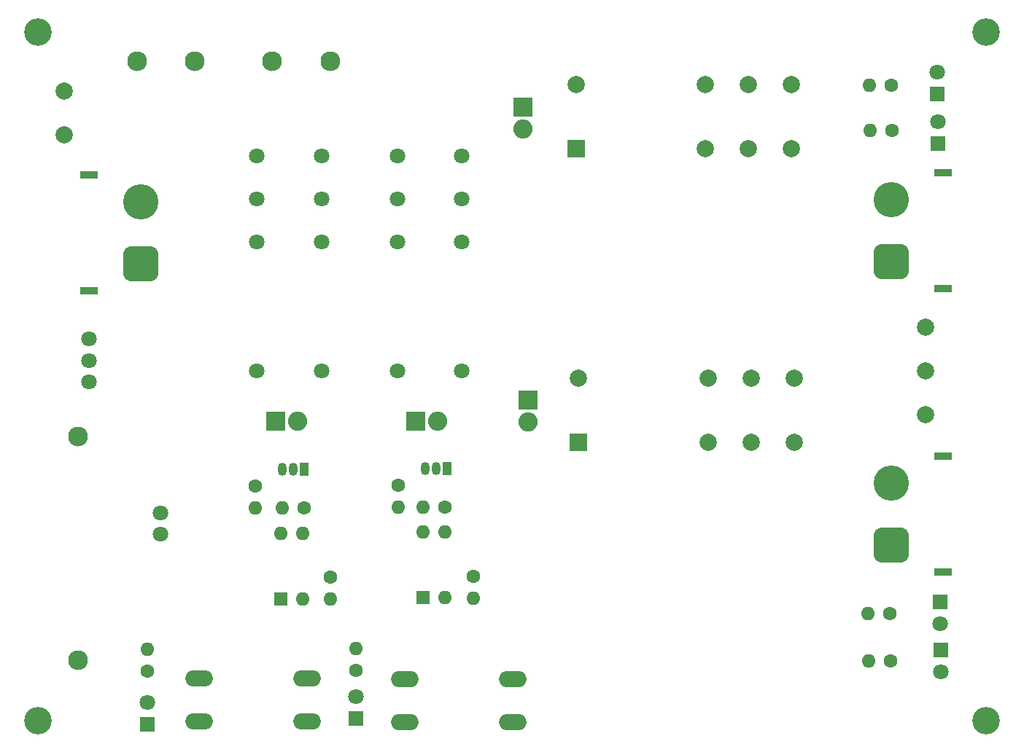
<source format=gbr>
%TF.GenerationSoftware,KiCad,Pcbnew,8.0.3*%
%TF.CreationDate,2024-07-10T23:14:43+09:00*%
%TF.ProjectId,power_24V,706f7765-725f-4323-9456-2e6b69636164,rev?*%
%TF.SameCoordinates,PX5d967f0PY416e000*%
%TF.FileFunction,Soldermask,Bot*%
%TF.FilePolarity,Negative*%
%FSLAX46Y46*%
G04 Gerber Fmt 4.6, Leading zero omitted, Abs format (unit mm)*
G04 Created by KiCad (PCBNEW 8.0.3) date 2024-07-10 23:14:43*
%MOMM*%
%LPD*%
G01*
G04 APERTURE LIST*
G04 Aperture macros list*
%AMRoundRect*
0 Rectangle with rounded corners*
0 $1 Rounding radius*
0 $2 $3 $4 $5 $6 $7 $8 $9 X,Y pos of 4 corners*
0 Add a 4 corners polygon primitive as box body*
4,1,4,$2,$3,$4,$5,$6,$7,$8,$9,$2,$3,0*
0 Add four circle primitives for the rounded corners*
1,1,$1+$1,$2,$3*
1,1,$1+$1,$4,$5*
1,1,$1+$1,$6,$7*
1,1,$1+$1,$8,$9*
0 Add four rect primitives between the rounded corners*
20,1,$1+$1,$2,$3,$4,$5,0*
20,1,$1+$1,$4,$5,$6,$7,0*
20,1,$1+$1,$6,$7,$8,$9,0*
20,1,$1+$1,$8,$9,$2,$3,0*%
G04 Aperture macros list end*
%ADD10C,1.600000*%
%ADD11O,1.600000X1.600000*%
%ADD12R,2.000000X0.900000*%
%ADD13RoundRect,1.025000X-1.025000X1.025000X-1.025000X-1.025000X1.025000X-1.025000X1.025000X1.025000X0*%
%ADD14C,4.100000*%
%ADD15C,3.200000*%
%ADD16C,2.000000*%
%ADD17R,2.000000X2.000000*%
%ADD18R,2.240000X2.240000*%
%ADD19O,2.240000X2.240000*%
%ADD20O,3.200000X1.900000*%
%ADD21R,1.800000X1.800000*%
%ADD22C,1.800000*%
%ADD23C,2.300000*%
%ADD24R,1.050000X1.500000*%
%ADD25O,1.050000X1.500000*%
%ADD26C,1.803400*%
%ADD27R,1.600000X1.600000*%
%ADD28RoundRect,1.025000X1.025000X-1.025000X1.025000X1.025000X-1.025000X1.025000X-1.025000X-1.025000X0*%
G04 APERTURE END LIST*
D10*
%TO.C,R7*%
X17680000Y-79323000D03*
D11*
X17680000Y-76783000D03*
%TD*%
D12*
%TO.C,J1*%
X110050000Y-54300000D03*
X110050000Y-67800000D03*
D13*
X104050000Y-64650000D03*
D14*
X104050000Y-57450000D03*
%TD*%
D15*
%TO.C,REF\u002A\u002A*%
X115000000Y-85000000D03*
%TD*%
%TO.C,REF\u002A\u002A*%
X5000000Y-85000000D03*
%TD*%
D16*
%TO.C,K3*%
X87471000Y-18594000D03*
X82471000Y-18594000D03*
X92471000Y-18594000D03*
X87471000Y-11094000D03*
X82471000Y-11094000D03*
X92471000Y-11094000D03*
D17*
X67471000Y-18594000D03*
D16*
X67471000Y-11094000D03*
%TD*%
D18*
%TO.C,D2*%
X32594000Y-50230000D03*
D19*
X35134000Y-50230000D03*
%TD*%
D10*
%TO.C,R3*%
X30200000Y-57755000D03*
D11*
X30200000Y-60295000D03*
%TD*%
D20*
%TO.C,SW1*%
X23695000Y-80137000D03*
X36195000Y-80137000D03*
X23695000Y-85137000D03*
X36195000Y-85137000D03*
%TD*%
D10*
%TO.C,R1*%
X38925000Y-68360000D03*
D11*
X38925000Y-70900000D03*
%TD*%
D10*
%TO.C,R9*%
X103854000Y-72600000D03*
D11*
X101314000Y-72600000D03*
%TD*%
D16*
%TO.C,K1*%
X87742000Y-52738000D03*
X82742000Y-52738000D03*
X92742000Y-52738000D03*
X87742000Y-45238000D03*
X82742000Y-45238000D03*
X92742000Y-45238000D03*
D17*
X67742000Y-52738000D03*
D16*
X67742000Y-45238000D03*
%TD*%
D21*
%TO.C,D14*%
X109430000Y-18000000D03*
D22*
X109430000Y-15460000D03*
%TD*%
D18*
%TO.C,D3*%
X61279000Y-13774000D03*
D19*
X61279000Y-16314000D03*
%TD*%
D21*
%TO.C,D11*%
X109728000Y-71220000D03*
D22*
X109728000Y-73760000D03*
%TD*%
D10*
%TO.C,R6*%
X46800000Y-57660000D03*
D11*
X46800000Y-60200000D03*
%TD*%
D23*
%TO.C,F1*%
X38886000Y-8382000D03*
X32186000Y-8382000D03*
X23186000Y-8382000D03*
X16486000Y-8382000D03*
%TD*%
D10*
%TO.C,R2*%
X35900000Y-60300000D03*
D11*
X33360000Y-60300000D03*
%TD*%
D22*
%TO.C,J5*%
X19200000Y-60900000D03*
X19200000Y-63400000D03*
%TD*%
D24*
%TO.C,Q1*%
X35900000Y-55800000D03*
D25*
X34630000Y-55800000D03*
X33360000Y-55800000D03*
%TD*%
D21*
%TO.C,D12*%
X109816500Y-76818000D03*
D22*
X109816500Y-79358000D03*
%TD*%
D18*
%TO.C,D8*%
X48850000Y-50230000D03*
D19*
X51390000Y-50230000D03*
%TD*%
D21*
%TO.C,D13*%
X109407000Y-12243000D03*
D22*
X109407000Y-9703000D03*
%TD*%
D21*
%TO.C,D10*%
X41910000Y-84796000D03*
D22*
X41910000Y-82256000D03*
%TD*%
D15*
%TO.C,REF\u002A\u002A*%
X5000000Y-5000000D03*
%TD*%
D10*
%TO.C,R12*%
X104090000Y-16440000D03*
D11*
X101550000Y-16440000D03*
%TD*%
D24*
%TO.C,Q2*%
X52500000Y-55750000D03*
D25*
X51230000Y-55750000D03*
X49960000Y-55750000D03*
%TD*%
D23*
%TO.C,REF\u002A\u002A*%
X9652000Y-52024000D03*
X9652000Y-78024000D03*
%TD*%
D18*
%TO.C,D1*%
X61834000Y-47826000D03*
D19*
X61834000Y-50366000D03*
%TD*%
D22*
%TO.C,J3*%
X10922000Y-40680000D03*
X10922000Y-43180000D03*
X10922000Y-45680000D03*
%TD*%
D16*
%TO.C,J6*%
X8000000Y-11860000D03*
X8000000Y-16940000D03*
%TD*%
D26*
%TO.C,K4*%
X54200000Y-44400000D03*
X54200000Y-29400000D03*
X54200000Y-24399999D03*
X54200000Y-19399999D03*
X46700000Y-19399999D03*
X46700000Y-24399999D03*
X46700000Y-29400000D03*
X46700000Y-44400000D03*
%TD*%
D10*
%TO.C,R4*%
X55500000Y-68255000D03*
D11*
X55500000Y-70795000D03*
%TD*%
D27*
%TO.C,U2*%
X49705000Y-70720000D03*
D11*
X52245000Y-70720000D03*
X52245000Y-63100000D03*
X49705000Y-63100000D03*
%TD*%
D26*
%TO.C,K2*%
X37900000Y-44400000D03*
X37900000Y-29400000D03*
X37900000Y-24399999D03*
X37900000Y-19399999D03*
X30400000Y-19399999D03*
X30400000Y-24399999D03*
X30400000Y-29400000D03*
X30400000Y-44400000D03*
%TD*%
D16*
%TO.C,J7*%
X108000000Y-49480000D03*
X108000000Y-44440000D03*
X108000000Y-39320000D03*
%TD*%
D15*
%TO.C,REF\u002A\u002A*%
X115000000Y-5000000D03*
%TD*%
D20*
%TO.C,SW2*%
X47598000Y-80177000D03*
X60098000Y-80177000D03*
X47598000Y-85177000D03*
X60098000Y-85177000D03*
%TD*%
D10*
%TO.C,R10*%
X103942500Y-78088000D03*
D11*
X101402500Y-78088000D03*
%TD*%
D27*
%TO.C,U1*%
X33125000Y-70900000D03*
D11*
X35665000Y-70900000D03*
X35665000Y-63280000D03*
X33125000Y-63280000D03*
%TD*%
D12*
%TO.C,J4*%
X10900000Y-35100000D03*
X10900000Y-21600000D03*
D28*
X16900000Y-31950000D03*
D14*
X16900000Y-24750000D03*
%TD*%
D12*
%TO.C,J2*%
X110050000Y-21329643D03*
X110050000Y-34829643D03*
D13*
X104050000Y-31679643D03*
D14*
X104050000Y-24479643D03*
%TD*%
D10*
%TO.C,R8*%
X41910000Y-79203000D03*
D11*
X41910000Y-76663000D03*
%TD*%
D10*
%TO.C,R11*%
X104074000Y-11175000D03*
D11*
X101534000Y-11175000D03*
%TD*%
D21*
%TO.C,D9*%
X17680000Y-85424000D03*
D22*
X17680000Y-82884000D03*
%TD*%
D10*
%TO.C,R5*%
X52245000Y-60200000D03*
D11*
X49705000Y-60200000D03*
%TD*%
M02*

</source>
